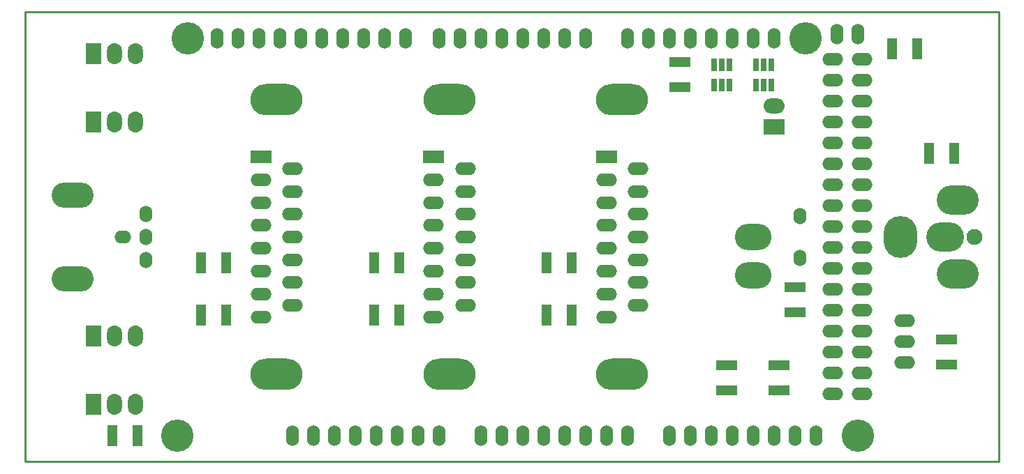
<source format=gbs>
G04 #@! TF.FileFunction,Soldermask,Bot*
%FSLAX46Y46*%
G04 Gerber Fmt 4.6, Leading zero omitted, Abs format (unit mm)*
G04 Created by KiCad (PCBNEW 0.201508100901+6080~28~ubuntu14.04.1-product) date Mon 10 Aug 2015 10:37:22 AM EDT*
%MOMM*%
G01*
G04 APERTURE LIST*
%ADD10C,0.100000*%
%ADD11C,0.228600*%
%ADD12O,1.854200X2.540000*%
%ADD13R,1.854200X2.540000*%
%ADD14O,4.445000X3.175000*%
%ADD15R,0.762000X1.534160*%
%ADD16R,1.270000X2.540000*%
%ADD17R,2.540000X1.270000*%
%ADD18C,1.930400*%
%ADD19O,4.572000X3.556000*%
%ADD20O,4.064000X5.080000*%
%ADD21O,5.080000X3.556000*%
%ADD22O,2.540000X1.524000*%
%ADD23C,3.937000*%
%ADD24O,1.524000X2.540000*%
%ADD25O,1.524000X2.032000*%
%ADD26O,6.350000X3.810000*%
%ADD27R,2.540000X1.524000*%
%ADD28O,2.540000X1.854200*%
%ADD29R,2.540000X1.854200*%
%ADD30O,5.080000X3.048000*%
%ADD31O,2.032000X1.524000*%
G04 APERTURE END LIST*
D10*
D11*
X211455000Y-75565000D02*
X93345000Y-75565000D01*
X211455000Y-130175000D02*
X211455000Y-75565000D01*
X93345000Y-130175000D02*
X211455000Y-130175000D01*
X93345000Y-75565000D02*
X93345000Y-130175000D01*
D12*
X104140000Y-123190000D03*
X106680000Y-123190000D03*
D13*
X101600000Y-123190000D03*
D14*
X181610000Y-102870000D03*
X181610000Y-107569000D03*
D15*
X178749960Y-84383880D03*
X177800000Y-84383880D03*
X176850040Y-84383880D03*
X176850040Y-81986120D03*
X177800000Y-81986120D03*
X178749960Y-81986120D03*
X183829960Y-84383880D03*
X182880000Y-84383880D03*
X181930040Y-84383880D03*
X181930040Y-81986120D03*
X182880000Y-81986120D03*
X183829960Y-81986120D03*
D16*
X117729000Y-112395000D03*
X114681000Y-112395000D03*
D17*
X178435000Y-118491000D03*
X178435000Y-121539000D03*
X184785000Y-121539000D03*
X184785000Y-118491000D03*
D16*
X117729000Y-106045000D03*
X114681000Y-106045000D03*
X198501000Y-80010000D03*
X201549000Y-80010000D03*
D17*
X172720000Y-81661000D03*
X172720000Y-84709000D03*
D16*
X106934000Y-127000000D03*
X103886000Y-127000000D03*
D17*
X205105000Y-118364000D03*
X205105000Y-115316000D03*
D16*
X202946000Y-92710000D03*
X205994000Y-92710000D03*
D17*
X186690000Y-108966000D03*
X186690000Y-112014000D03*
D18*
X208457800Y-102870000D03*
D19*
X204952600Y-102870000D03*
D20*
X199466200Y-102870000D03*
D21*
X206451200Y-98374200D03*
X206451200Y-107365800D03*
D22*
X200025000Y-115570000D03*
X200025000Y-118110000D03*
X200025000Y-113030000D03*
D16*
X138684000Y-112395000D03*
X135636000Y-112395000D03*
D23*
X111760000Y-127000000D03*
X113030000Y-78740000D03*
X194310000Y-127000000D03*
X187960000Y-78740000D03*
D24*
X125730000Y-127000000D03*
X128270000Y-127000000D03*
X130810000Y-127000000D03*
X133350000Y-127000000D03*
X135890000Y-127000000D03*
X138430000Y-127000000D03*
X140970000Y-127000000D03*
X143510000Y-127000000D03*
X148590000Y-127000000D03*
X151130000Y-127000000D03*
X153670000Y-127000000D03*
X156210000Y-127000000D03*
X158750000Y-127000000D03*
X161290000Y-127000000D03*
X163830000Y-127000000D03*
X166370000Y-127000000D03*
X171450000Y-127000000D03*
X173990000Y-127000000D03*
X176530000Y-127000000D03*
X179070000Y-127000000D03*
X181610000Y-127000000D03*
X184150000Y-127000000D03*
X186690000Y-127000000D03*
X189230000Y-127000000D03*
X116586000Y-78740000D03*
X119126000Y-78740000D03*
X121666000Y-78740000D03*
X124206000Y-78740000D03*
X126746000Y-78740000D03*
X129286000Y-78740000D03*
X131826000Y-78740000D03*
X134366000Y-78740000D03*
X136906000Y-78740000D03*
X139446000Y-78740000D03*
X143510000Y-78740000D03*
X161290000Y-78740000D03*
X158750000Y-78740000D03*
X156210000Y-78740000D03*
X153670000Y-78740000D03*
X151130000Y-78740000D03*
X148590000Y-78740000D03*
X146050000Y-78740000D03*
X166370000Y-78740000D03*
X168910000Y-78740000D03*
X171450000Y-78740000D03*
X173990000Y-78740000D03*
X176530000Y-78740000D03*
X179070000Y-78740000D03*
X181610000Y-78740000D03*
X184150000Y-78740000D03*
X191770000Y-78232000D03*
X194310000Y-78232000D03*
D22*
X191262000Y-81280000D03*
X194818000Y-81280000D03*
X191262000Y-83820000D03*
X194818000Y-83820000D03*
X191262000Y-86360000D03*
X194818000Y-86360000D03*
X191262000Y-88900000D03*
X194818000Y-88900000D03*
X191262000Y-91440000D03*
X194818000Y-91440000D03*
X191262000Y-93980000D03*
X194818000Y-93980000D03*
X191262000Y-96520000D03*
X194818000Y-96520000D03*
X191262000Y-99060000D03*
X194818000Y-99060000D03*
X191262000Y-101600000D03*
X194818000Y-101600000D03*
X191262000Y-104140000D03*
X194818000Y-104140000D03*
X191262000Y-106680000D03*
X194818000Y-106680000D03*
X191262000Y-109220000D03*
X194818000Y-109220000D03*
X191262000Y-111760000D03*
X194818000Y-111760000D03*
X191262000Y-114300000D03*
X194818000Y-114300000D03*
X191262000Y-116840000D03*
X194818000Y-116840000D03*
X191262000Y-119380000D03*
X194818000Y-119380000D03*
X191262000Y-121920000D03*
X194818000Y-121920000D03*
D25*
X187325000Y-105410000D03*
X187325000Y-100330000D03*
D26*
X123825000Y-119532400D03*
X123825000Y-86207600D03*
D22*
X121897140Y-112572800D03*
X121897140Y-109804200D03*
X121897140Y-107035600D03*
X121897140Y-104267000D03*
X121897140Y-101473000D03*
X121897140Y-98704400D03*
X121897140Y-95935800D03*
D27*
X121897140Y-93167200D03*
D22*
X125752860Y-111175800D03*
X125752860Y-108407200D03*
X125752860Y-105638600D03*
X125752860Y-102870000D03*
X125752860Y-100101400D03*
X125752860Y-97332800D03*
X125752860Y-94564200D03*
D26*
X144780000Y-119532400D03*
X144780000Y-86207600D03*
D22*
X142852140Y-112572800D03*
X142852140Y-109804200D03*
X142852140Y-107035600D03*
X142852140Y-104267000D03*
X142852140Y-101473000D03*
X142852140Y-98704400D03*
X142852140Y-95935800D03*
D27*
X142852140Y-93167200D03*
D22*
X146707860Y-111175800D03*
X146707860Y-108407200D03*
X146707860Y-105638600D03*
X146707860Y-102870000D03*
X146707860Y-100101400D03*
X146707860Y-97332800D03*
X146707860Y-94564200D03*
D16*
X138684000Y-106045000D03*
X135636000Y-106045000D03*
D26*
X165735000Y-119532400D03*
X165735000Y-86207600D03*
D22*
X163807140Y-112572800D03*
X163807140Y-109804200D03*
X163807140Y-107035600D03*
X163807140Y-104267000D03*
X163807140Y-101473000D03*
X163807140Y-98704400D03*
X163807140Y-95935800D03*
D27*
X163807140Y-93167200D03*
D22*
X167662860Y-111175800D03*
X167662860Y-108407200D03*
X167662860Y-105638600D03*
X167662860Y-102870000D03*
X167662860Y-100101400D03*
X167662860Y-97332800D03*
X167662860Y-94564200D03*
D16*
X159639000Y-112395000D03*
X156591000Y-112395000D03*
D12*
X104140000Y-80645000D03*
X106680000Y-80645000D03*
D13*
X101600000Y-80645000D03*
D12*
X104140000Y-88900000D03*
X106680000Y-88900000D03*
D13*
X101600000Y-88900000D03*
D16*
X159639000Y-106045000D03*
X156591000Y-106045000D03*
D28*
X184150000Y-86995000D03*
D29*
X184150000Y-89535000D03*
D12*
X104140000Y-114935000D03*
X106680000Y-114935000D03*
D13*
X101600000Y-114935000D03*
D30*
X99060000Y-107950000D03*
X99060000Y-97790000D03*
D31*
X105156000Y-102870000D03*
D25*
X107950000Y-102870000D03*
X107950000Y-100076000D03*
X107950000Y-105664000D03*
M02*

</source>
